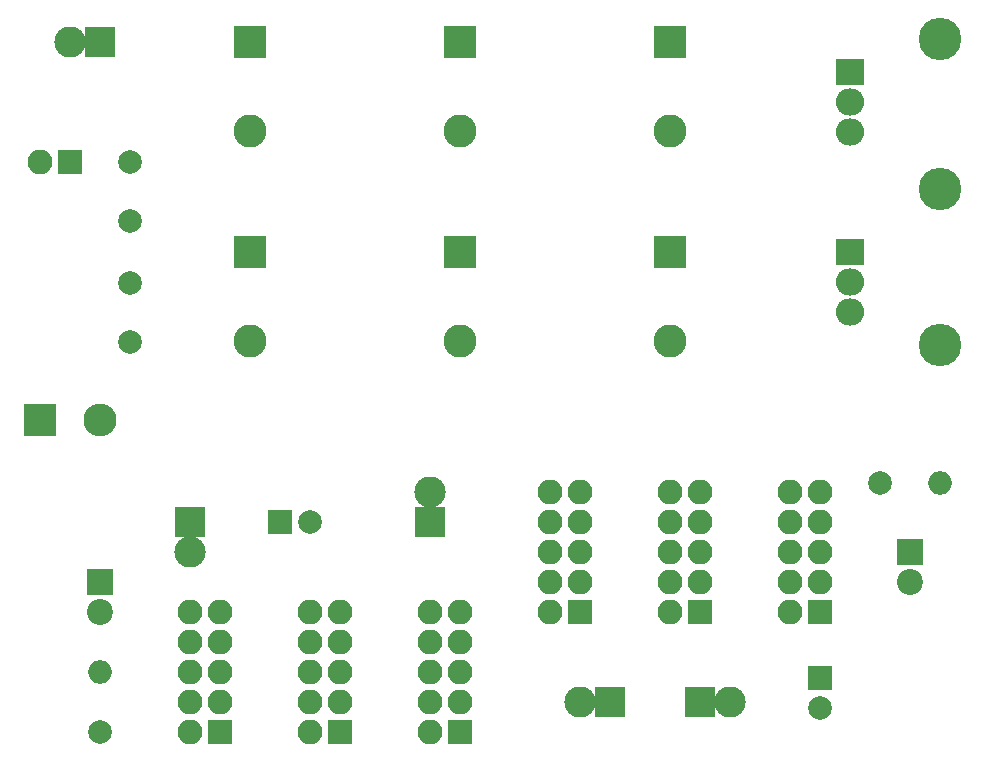
<source format=gbr>
G04 #@! TF.GenerationSoftware,KiCad,Pcbnew,(5.1.6-0-10_14)*
G04 #@! TF.CreationDate,2020-09-27T22:58:57+01:00*
G04 #@! TF.ProjectId,FixedPSU,46697865-6450-4535-952e-6b696361645f,rev?*
G04 #@! TF.SameCoordinates,Original*
G04 #@! TF.FileFunction,Soldermask,Top*
G04 #@! TF.FilePolarity,Negative*
%FSLAX46Y46*%
G04 Gerber Fmt 4.6, Leading zero omitted, Abs format (unit mm)*
G04 Created by KiCad (PCBNEW (5.1.6-0-10_14)) date 2020-09-27 22:58:57*
%MOMM*%
%LPD*%
G01*
G04 APERTURE LIST*
%ADD10C,3.600000*%
%ADD11C,2.800000*%
%ADD12R,2.800000X2.800000*%
%ADD13C,2.000000*%
%ADD14R,2.000000X2.000000*%
%ADD15O,2.400000X2.305000*%
%ADD16R,2.400000X2.305000*%
%ADD17R,2.640000X2.640000*%
%ADD18O,2.640000X2.640000*%
%ADD19C,2.200000*%
%ADD20R,2.200000X2.200000*%
%ADD21R,2.100000X2.100000*%
%ADD22O,2.100000X2.100000*%
%ADD23O,2.000000X2.000000*%
%ADD24O,2.800000X2.800000*%
G04 APERTURE END LIST*
D10*
X157480000Y-84074000D03*
X157480000Y-70866000D03*
D11*
X99060000Y-83700000D03*
D12*
X99060000Y-76200000D03*
D13*
X104100000Y-99060000D03*
D14*
X101600000Y-99060000D03*
D12*
X99060000Y-58420000D03*
D11*
X99060000Y-65920000D03*
D15*
X149860000Y-66040000D03*
X149860000Y-63500000D03*
D16*
X149860000Y-60960000D03*
D13*
X88900000Y-78820000D03*
X88900000Y-83820000D03*
D12*
X116840000Y-76200000D03*
D11*
X116840000Y-83700000D03*
X134620000Y-83700000D03*
D12*
X134620000Y-76200000D03*
D13*
X88900000Y-68580000D03*
X88900000Y-73580000D03*
D11*
X116840000Y-65920000D03*
D12*
X116840000Y-58420000D03*
X134620000Y-58420000D03*
D11*
X134620000Y-65920000D03*
D14*
X147320000Y-112268000D03*
D13*
X147320000Y-114768000D03*
D17*
X86360000Y-58420000D03*
D18*
X83820000Y-58420000D03*
D19*
X86360000Y-106680000D03*
D20*
X86360000Y-104140000D03*
D21*
X147320000Y-106680000D03*
D22*
X144780000Y-106680000D03*
X147320000Y-104140000D03*
X144780000Y-104140000D03*
X147320000Y-101600000D03*
X144780000Y-101600000D03*
X147320000Y-99060000D03*
X144780000Y-99060000D03*
X147320000Y-96520000D03*
X144780000Y-96520000D03*
X134620000Y-96520000D03*
X137160000Y-96520000D03*
X134620000Y-99060000D03*
X137160000Y-99060000D03*
X134620000Y-101600000D03*
X137160000Y-101600000D03*
X134620000Y-104140000D03*
X137160000Y-104140000D03*
X134620000Y-106680000D03*
D21*
X137160000Y-106680000D03*
X127000000Y-106680000D03*
D22*
X124460000Y-106680000D03*
X127000000Y-104140000D03*
X124460000Y-104140000D03*
X127000000Y-101600000D03*
X124460000Y-101600000D03*
X127000000Y-99060000D03*
X124460000Y-99060000D03*
X127000000Y-96520000D03*
X124460000Y-96520000D03*
X114300000Y-106680000D03*
X116840000Y-106680000D03*
X114300000Y-109220000D03*
X116840000Y-109220000D03*
X114300000Y-111760000D03*
X116840000Y-111760000D03*
X114300000Y-114300000D03*
X116840000Y-114300000D03*
X114300000Y-116840000D03*
D21*
X116840000Y-116840000D03*
X106680000Y-116840000D03*
D22*
X104140000Y-116840000D03*
X106680000Y-114300000D03*
X104140000Y-114300000D03*
X106680000Y-111760000D03*
X104140000Y-111760000D03*
X106680000Y-109220000D03*
X104140000Y-109220000D03*
X106680000Y-106680000D03*
X104140000Y-106680000D03*
X93980000Y-106680000D03*
X96520000Y-106680000D03*
X93980000Y-109220000D03*
X96520000Y-109220000D03*
X93980000Y-111760000D03*
X96520000Y-111760000D03*
X93980000Y-114300000D03*
X96520000Y-114300000D03*
X93980000Y-116840000D03*
D21*
X96520000Y-116840000D03*
X83820000Y-68580000D03*
D22*
X81280000Y-68580000D03*
D13*
X152400000Y-95758000D03*
D23*
X157480000Y-95758000D03*
X86360000Y-111760000D03*
D13*
X86360000Y-116840000D03*
D16*
X149860000Y-76200000D03*
D15*
X149860000Y-78740000D03*
X149860000Y-81280000D03*
D18*
X114300000Y-96520000D03*
D17*
X114300000Y-99060000D03*
X93980000Y-99060000D03*
D18*
X93980000Y-101600000D03*
D17*
X129540000Y-114300000D03*
D18*
X127000000Y-114300000D03*
X139700000Y-114300000D03*
D17*
X137160000Y-114300000D03*
D12*
X81280000Y-90424000D03*
D24*
X86360000Y-90424000D03*
D20*
X154940000Y-101600000D03*
D19*
X154940000Y-104140000D03*
D10*
X157480000Y-58166000D03*
M02*

</source>
